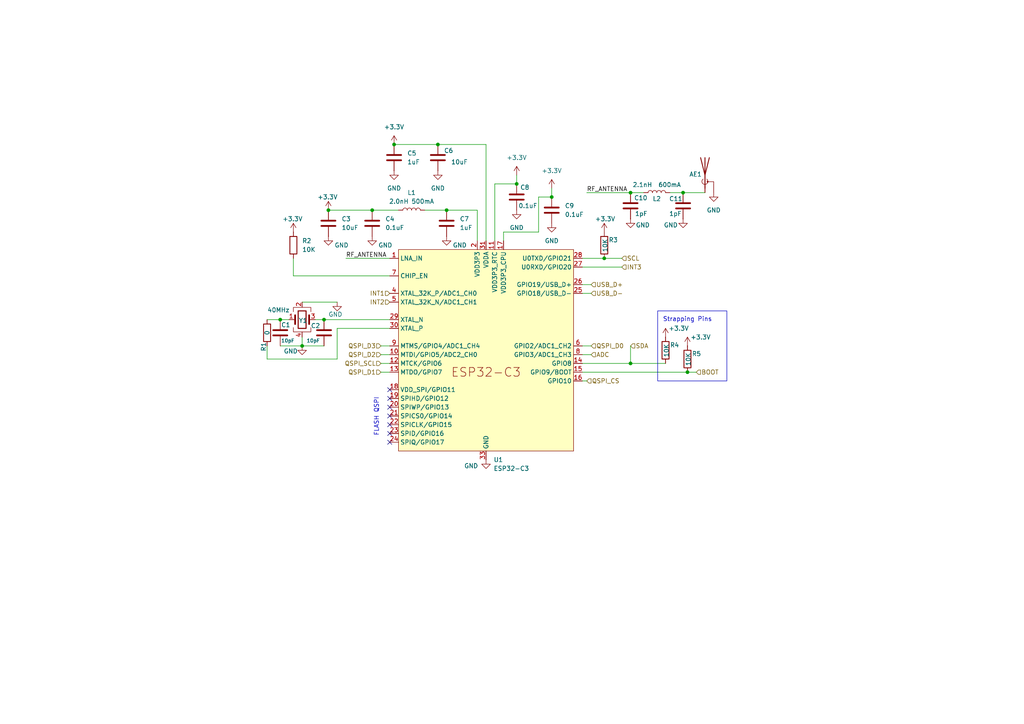
<source format=kicad_sch>
(kicad_sch (version 20250114) (generator "eeschema") (generator_version "9.0")
  (paper "A4")
  (title_block (title "ESP32 C3"))
  (lib_symbols
    (symbol "Device:Antenna_Shield" (pin_numbers (hide yes)) (pin_names (offset 1.016) (hide yes))
      (property "Reference" "AE" (at -1.905 4.445 0))
      (property "Value" "Antenna_Shield" (at -1.905 2.54 0))
      (symbol "Antenna_Shield_0_1"
        (arc (start 0 -2.667) (mid -0.8485 -2.1032) (end -0.508 -1.143))
        (polyline (pts (xy 0 5.08) (xy 0 -3.81)) (stroke (width 0.254)))
        (polyline (pts (xy 0 -2.54) (xy 0 0)))
        (arc (start 0.508 -1.143) (mid 0.8046 -2.0885) (end 0 -2.667))
        (polyline (pts (xy 0.762 -1.905) (xy 2.54 -1.905)))
        (circle (center 0.762 -1.905) (radius 0.1778) (fill (type outline)))
        (polyline (pts (xy 1.27 5.08) (xy 0 0) (xy -1.27 5.08)) (stroke (width 0.254)))
        (polyline (pts (xy 2.54 -2.54) (xy 2.54 -1.905)))
      )
      (symbol "Antenna_Shield_1_1"
        (pin input line (at 0 -5.08 90) (length 2.54) (name "A") (number "1"))
        (pin input line (at 2.54 -5.08 90) (length 2.54) (name "Shield") (number "2"))
      )
    )
    (symbol "Device:C" (pin_numbers (hide yes)) (pin_names (offset 0.254))
      (property "Reference" "C" (at 0.635 2.54 0))
      (property "Value" "C" (at 0.635 -2.54 0))
      (symbol "C_0_1"
        (polyline (pts (xy -2.032 0.762) (xy 2.032 0.762)) (stroke (width 0.508)))
        (polyline (pts (xy -2.032 -0.762) (xy 2.032 -0.762)) (stroke (width 0.508)))
      )
      (symbol "C_1_1"
        (pin passive line (at 0 3.81 270) (length 2.794) (name "~") (number "1"))
        (pin passive line (at 0 -3.81 90) (length 2.794) (name "~") (number "2"))
      )
    )
    (symbol "Device:Crystal_GND24" (pin_names (offset 1.016) (hide yes))
      (property "Reference" "Y" (at 3.175 5.08 0))
      (property "Value" "Crystal_GND24" (at 3.175 3.175 0))
      (symbol "Crystal_GND24_0_1"
        (polyline (pts (xy -2.54 2.286) (xy -2.54 3.556) (xy 2.54 3.556) (xy 2.54 2.286)))
        (polyline (pts (xy -2.54 0) (xy -2.032 0)))
        (polyline (pts (xy -2.54 -2.286) (xy -2.54 -3.556) (xy 2.54 -3.556) (xy 2.54 -2.286)))
        (polyline (pts (xy -2.032 -1.27) (xy -2.032 1.27)) (stroke (width 0.508)))
        (rectangle (start -1.143 2.54) (end 1.143 -2.54) (stroke (width 0.3048)))
        (polyline (pts (xy 0 3.556) (xy 0 3.81)))
        (polyline (pts (xy 0 -3.81) (xy 0 -3.556)))
        (polyline (pts (xy 2.032 0) (xy 2.54 0)))
        (polyline (pts (xy 2.032 -1.27) (xy 2.032 1.27)) (stroke (width 0.508)))
      )
      (symbol "Crystal_GND24_1_1"
        (pin passive line (at -3.81 0 0) (length 1.27) (name "1") (number "1"))
        (pin passive line (at 0 5.08 270) (length 1.27) (name "2") (number "2"))
        (pin passive line (at 0 -5.08 90) (length 1.27) (name "4") (number "4"))
        (pin passive line (at 3.81 0 180) (length 1.27) (name "3") (number "3"))
      )
    )
    (symbol "Device:L" (pin_numbers (hide yes)) (pin_names (offset 1.016) (hide yes))
      (property "Reference" "L" (at -1.27 0 90))
      (property "Value" "L" (at 1.905 0 90))
      (symbol "L_0_1"
        (arc (start 0 2.54) (mid 0.6323 1.905) (end 0 1.27))
        (arc (start 0 1.27) (mid 0.6323 0.635) (end 0 0))
        (arc (start 0 0) (mid 0.6323 -0.635) (end 0 -1.27))
        (arc (start 0 -1.27) (mid 0.6323 -1.905) (end 0 -2.54))
      )
      (symbol "L_1_1"
        (pin passive line (at 0 3.81 270) (length 1.27) (name "1") (number "1"))
        (pin passive line (at 0 -3.81 90) (length 1.27) (name "2") (number "2"))
      )
    )
    (symbol "Device:R" (pin_numbers (hide yes)) (pin_names (offset 0))
      (property "Reference" "R" (at 2.032 0 90))
      (property "Value" "R" (at 0 0 90))
      (symbol "R_0_1"
        (rectangle (start -1.016 -2.54) (end 1.016 2.54) (stroke (width 0.254)))
      )
      (symbol "R_1_1"
        (pin passive line (at 0 3.81 270) (length 1.27) (name "~") (number "1"))
        (pin passive line (at 0 -3.81 90) (length 1.27) (name "~") (number "2"))
      )
    )
    (symbol "PCM_Espressif:ESP32-C3"
      (property "Reference" "U" (at -25.4 35.56 0))
      (property "Value" "ESP32-C3" (at -25.4 33.02 0))
      (symbol "ESP32-C3_0_0"
        (text "ESP32-C3" (at 0 -5.08 0) (effects (font (size 2.54 2.54))))
        (pin bidirectional line (at -27.94 27.94 0) (length 2.54) (name "LNA_IN") (number "1"))
        (pin input line (at -27.94 22.86 0) (length 2.54) (name "CHIP_EN") (number "7"))
        (pin output line (at -27.94 17.78 0) (length 2.54) (name "XTAL_32K_P/ADC1_CH0") (number "4"))
        (pin input line (at -27.94 15.24 0) (length 2.54) (name "XTAL_32K_N/ADC1_CH1") (number "5"))
        (pin output line (at -27.94 10.16 0) (length 2.54) (name "XTAL_N") (number "29"))
        (pin input line (at -27.94 7.62 0) (length 2.54) (name "XTAL_P") (number "30"))
        (pin bidirectional line (at -27.94 2.54 0) (length 2.54) (name "MTMS/GPIO4/ADC1_CH4") (number "9"))
        (pin bidirectional line (at -27.94 0 0) (length 2.54) (name "MTDI/GPIO5/ADC2_CH0") (number "10"))
        (pin bidirectional line (at -27.94 -2.54 0) (length 2.54) (name "MTCK/GPIO6") (number "12"))
        (pin bidirectional line (at -27.94 -5.08 0) (length 2.54) (name "MTDO/GPIO7") (number "13"))
        (pin bidirectional line (at -27.94 -10.16 0) (length 2.54) (name "VDD_SPI/GPIO11") (number "18"))
        (pin bidirectional line (at -27.94 -12.7 0) (length 2.54) (name "SPIHD/GPIO12") (number "19"))
        (pin bidirectional line (at -27.94 -15.24 0) (length 2.54) (name "SPIWP/GPIO13") (number "20"))
        (pin bidirectional line (at -27.94 -17.78 0) (length 2.54) (name "SPICS0/GPIO14") (number "21"))
        (pin bidirectional line (at -27.94 -20.32 0) (length 2.54) (name "SPICLK/GPIO15") (number "22"))
        (pin bidirectional line (at -27.94 -22.86 0) (length 2.54) (name "SPID/GPIO16") (number "23"))
        (pin bidirectional line (at -27.94 -25.4 0) (length 2.54) (name "SPIQ/GPIO17") (number "24"))
        (pin power_in line (at -2.54 33.02 270) (length 2.54) (name "VDD3P3") (number "2"))
        (pin power_in line (at 0 33.02 270) (length 2.54) (name "VDDA") (number "31"))
        (pin power_in line (at 0 -30.48 90) (length 2.54) (name "GND") (number "33"))
        (pin power_in line (at 2.54 33.02 270) (length 2.54) (name "VDD3P3_RTC") (number "11"))
        (pin power_in line (at 5.08 33.02 270) (length 2.54) (name "VDD3P3_CPU") (number "17"))
        (pin bidirectional line (at 27.94 27.94 180) (length 2.54) (name "U0TXD/GPIO21") (number "28"))
        (pin bidirectional line (at 27.94 25.4 180) (length 2.54) (name "U0RXD/GPIO20") (number "27"))
        (pin bidirectional line (at 27.94 20.32 180) (length 2.54) (name "GPIO19/USB_D+") (number "26"))
        (pin bidirectional line (at 27.94 17.78 180) (length 2.54) (name "GPIO18/USB_D-") (number "25"))
        (pin bidirectional line (at 27.94 2.54 180) (length 2.54) (name "GPIO2/ADC1_CH2") (number "6"))
        (pin bidirectional line (at 27.94 0 180) (length 2.54) (name "GPIO3/ADC1_CH3") (number "8"))
        (pin bidirectional line (at 27.94 -2.54 180) (length 2.54) (name "GPIO8") (number "14"))
        (pin bidirectional line (at 27.94 -5.08 180) (length 2.54) (name "GPIO9/BOOT") (number "15"))
        (pin bidirectional line (at 27.94 -7.62 180) (length 2.54) (name "GPIO10") (number "16"))
      )
      (symbol "ESP32-C3_0_1"
        (rectangle (start -25.4 30.48) (end 25.4 -27.94) (fill (type background)))
        (pin passive line (at -2.54 33.02 270) (length 2.54) (hide yes) (name "VDD3P3") (number "3"))
        (pin passive line (at 0 33.02 270) (length 2.54) (hide yes) (name "VDDA") (number "32"))
      )
    )
    (symbol "power:+3.3V" (power) (pin_numbers (hide yes)) (pin_names (offset 0) (hide yes))
      (property "Value" "+3.3V" (at 0 3.556 0))
      (symbol "+3.3V_0_1"
        (polyline (pts (xy -0.762 1.27) (xy 0 2.54)))
        (polyline (pts (xy 0 2.54) (xy 0.762 1.27)))
        (polyline (pts (xy 0 0) (xy 0 2.54)))
      )
      (symbol "+3.3V_1_1"
        (pin power_in line (at 0 0 90) (length 0) (name "~") (number "1"))
      )
    )
    (symbol "power:GND" (power) (pin_numbers (hide yes)) (pin_names (offset 0) (hide yes))
      (property "Value" "GND" (at 0 -3.81 0))
      (symbol "GND_0_1"
        (polyline (pts (xy 0 0) (xy 0 -1.27) (xy 1.27 -1.27) (xy 0 -2.54) (xy -1.27 -1.27) (xy 0 -1.27)))
      )
      (symbol "GND_1_1"
        (pin power_in line (at 0 0 270) (length 0) (name "~") (number "1"))
      )
    )
  )
  (rectangle (start 190.754 90.17) (end 210.82 110.49))
  (text "Strapping Pins\n" (at 199.39 92.71 0) (effects (font (size 1.27 1.27))))
  (text "FLASH QSPI" (at 109.22 120.904 90) (effects (font (size 1.27 1.27))))
  (junction (at 127 41.91))
  (junction (at 95.25 60.96))
  (junction (at 160.02 57.15))
  (junction (at 107.95 60.96))
  (junction (at 93.98 92.71))
  (junction (at 199.39 107.95))
  (junction (at 81.28 92.71))
  (junction (at 129.54 60.96))
  (junction (at 149.86 53.34))
  (junction (at 87.63 100.33))
  (junction (at 182.88 105.41))
  (junction (at 198.12 55.88))
  (junction (at 175.26 74.93))
  (junction (at 182.88 55.88))
  (junction (at 114.3 41.91))
  (no_connect (at 113.03 128.27))
  (no_connect (at 113.03 113.03))
  (no_connect (at 113.03 115.57))
  (no_connect (at 113.03 120.65))
  (no_connect (at 113.03 118.11))
  (no_connect (at 113.03 123.19))
  (no_connect (at 113.03 125.73))
  (wire (pts (xy 93.98 100.33) (xy 87.63 100.33)))
  (wire (pts (xy 97.79 95.25) (xy 113.03 95.25)))
  (wire (pts (xy 182.88 100.33) (xy 182.88 105.41)))
  (wire (pts (xy 149.86 50.8) (xy 149.86 53.34)))
  (wire (pts (xy 97.79 104.14) (xy 97.79 95.25)))
  (wire (pts (xy 77.47 100.33) (xy 77.47 104.14)))
  (wire (pts (xy 180.34 74.93) (xy 175.26 74.93)))
  (wire (pts (xy 110.49 102.87) (xy 113.03 102.87)))
  (wire (pts (xy 170.18 55.88) (xy 182.88 55.88)))
  (wire (pts (xy 180.34 77.47) (xy 168.91 77.47)))
  (wire (pts (xy 127 41.91) (xy 140.97 41.91)))
  (wire (pts (xy 93.98 92.71) (xy 113.03 92.71)))
  (wire (pts (xy 95.25 60.96) (xy 107.95 60.96)))
  (wire (pts (xy 198.12 55.88) (xy 204.47 55.88)))
  (wire (pts (xy 194.31 55.88) (xy 198.12 55.88)))
  (wire (pts (xy 85.09 74.93) (xy 85.09 80.01)))
  (wire (pts (xy 146.05 67.31) (xy 146.05 69.85)))
  (wire (pts (xy 110.49 105.41) (xy 113.03 105.41)))
  (wire (pts (xy 186.69 55.88) (xy 182.88 55.88)))
  (wire (pts (xy 140.97 41.91) (xy 140.97 69.85)))
  (wire (pts (xy 171.45 85.09) (xy 168.91 85.09)))
  (wire (pts (xy 199.39 107.95) (xy 201.93 107.95)))
  (wire (pts (xy 171.45 102.87) (xy 168.91 102.87)))
  (wire (pts (xy 168.91 107.95) (xy 199.39 107.95)))
  (wire (pts (xy 160.02 57.15) (xy 156.21 57.15)))
  (wire (pts (xy 107.95 60.96) (xy 115.57 60.96)))
  (wire (pts (xy 168.91 100.33) (xy 171.45 100.33)))
  (wire (pts (xy 129.54 60.96) (xy 138.43 60.96)))
  (wire (pts (xy 175.26 74.93) (xy 168.91 74.93)))
  (wire (pts (xy 160.02 54.61) (xy 160.02 57.15)))
  (wire (pts (xy 168.91 105.41) (xy 182.88 105.41)))
  (wire (pts (xy 156.21 67.31) (xy 156.21 57.15)))
  (wire (pts (xy 123.19 60.96) (xy 129.54 60.96)))
  (wire (pts (xy 171.45 82.55) (xy 168.91 82.55)))
  (wire (pts (xy 138.43 60.96) (xy 138.43 69.85)))
  (wire (pts (xy 81.28 100.33) (xy 87.63 100.33)))
  (wire (pts (xy 170.18 110.49) (xy 168.91 110.49)))
  (wire (pts (xy 77.47 92.71) (xy 81.28 92.71)))
  (wire (pts (xy 182.88 105.41) (xy 193.04 105.41)))
  (wire (pts (xy 146.05 67.31) (xy 156.21 67.31)))
  (wire (pts (xy 91.44 92.71) (xy 93.98 92.71)))
  (wire (pts (xy 143.51 53.34) (xy 143.51 69.85)))
  (wire (pts (xy 81.28 92.71) (xy 83.82 92.71)))
  (wire (pts (xy 100.33 74.93) (xy 113.03 74.93)))
  (wire (pts (xy 85.09 80.01) (xy 113.03 80.01)))
  (wire (pts (xy 97.79 87.63) (xy 87.63 87.63)))
  (wire (pts (xy 110.49 100.33) (xy 113.03 100.33)))
  (wire (pts (xy 110.49 107.95) (xy 113.03 107.95)))
  (wire (pts (xy 87.63 100.33) (xy 87.63 97.79)))
  (wire (pts (xy 77.47 104.14) (xy 97.79 104.14)))
  (wire (pts (xy 114.3 41.91) (xy 127 41.91)))
  (wire (pts (xy 149.86 53.34) (xy 143.51 53.34)))
  (label "RF_ANTENNA" (at 170.18 55.88 0))
  (label "RF_ANTENNA" (at 100.33 74.93 0))
  (hierarchical_label "INT1" (shape input) (at 113.03 85.09 180))
  (hierarchical_label "QSPI_D1" (shape input) (at 110.49 107.95 180))
  (hierarchical_label "QSPI_SCL" (shape input) (at 110.49 105.41 180))
  (hierarchical_label "ADC" (shape input) (at 171.45 102.87 0))
  (hierarchical_label "USB_D+" (shape input) (at 171.45 82.55 0))
  (hierarchical_label "BOOT" (shape input) (at 201.93 107.95 0))
  (hierarchical_label "USB_D-" (shape input) (at 171.45 85.09 0))
  (hierarchical_label "QSPI_D2" (shape input) (at 110.49 102.87 180))
  (hierarchical_label "QSPI_D0" (shape input) (at 171.45 100.33 0))
  (hierarchical_label "INT2" (shape input) (at 113.03 87.63 180))
  (hierarchical_label "QSPI_D3" (shape input) (at 110.49 100.33 180))
  (hierarchical_label "SCL" (shape input) (at 180.34 74.93 0))
  (hierarchical_label "SDA" (shape input) (at 182.88 100.33 0))
  (hierarchical_label "QSPI_CS" (shape input) (at 170.18 110.49 0))
  (hierarchical_label "INT3" (shape input) (at 180.34 77.47 0))
  (symbol (lib_id "Device:R") (at 199.39 104.14 0) (unit 1)
    (property "Reference" "R5" (at 200.66 102.616 0) (effects (justify left)))
    (property "Value" "10K" (at 199.644 106.172 90) (effects (justify left)))
    (property "Footprint" "Resistor_SMD:R_0201_0603Metric" (effects (hide yes)))
    (property "Description" "Resistor" (effects (hide yes)))
  )
  (symbol (lib_id "Device:C") (at 127 45.72 0) (unit 1)
    (property "Reference" "C6" (at 128.778 43.688 0) (effects (justify left)))
    (property "Value" "10uF" (at 130.81 46.9899 0) (effects (justify left)))
    (property "Footprint" "Capacitor_SMD:C_0402_1005Metric" (effects (hide yes)))
    (property "Description" "Unpolarized capacitor" (effects (hide yes)))
  )
  (symbol (lib_id "power:GND") (at 140.97 133.35 0) (unit 1)
    (property "Reference" "#PWR016" (effects (hide yes)))
    (property "Value" "GND" (at 136.652 135.128 0))
    (property "Description" "Power symbol creates a global label with name \"GND\" , ground" (effects (hide yes)))
  )
  (symbol (lib_id "Device:C") (at 129.54 64.77 0) (unit 1)
    (property "Reference" "C7" (at 133.35 63.4999 0) (effects (justify left)))
    (property "Value" "1uF" (at 133.35 66.0399 0) (effects (justify left)))
    (property "Footprint" "Capacitor_SMD:C_0201_0603Metric" (effects (hide yes)))
    (property "Description" "Unpolarized capacitor" (effects (hide yes)))
  )
  (symbol (lib_id "power:GND") (at 107.95 68.58 0) (unit 1)
    (property "Reference" "#PWR011" (effects (hide yes)))
    (property "Value" "GND" (at 111.76 71.12 0))
    (property "Description" "Power symbol creates a global label with name \"GND\" , ground" (effects (hide yes)))
  )
  (symbol (lib_id "Device:R") (at 85.09 71.12 0) (unit 1)
    (property "Reference" "R2" (at 87.63 69.8499 0) (effects (justify left)))
    (property "Value" "10K" (at 87.63 72.3899 0) (effects (justify left)))
    (property "Footprint" "Resistor_SMD:R_0201_0603Metric" (effects (hide yes)))
    (property "Description" "Resistor" (effects (hide yes)))
  )
  (symbol (lib_id "power:GND") (at 87.63 100.33 0) (unit 1)
    (property "Reference" "#PWR07" (effects (hide yes)))
    (property "Value" "GND" (at 84.328 101.854 0))
    (property "Description" "Power symbol creates a global label with name \"GND\" , ground" (effects (hide yes)))
  )
  (symbol (lib_id "power:GND") (at 97.79 87.63 0) (unit 1)
    (property "Reference" "#PWR010" (effects (hide yes)))
    (property "Value" "GND" (at 97.282 91.186 0))
    (property "Description" "Power symbol creates a global label with name \"GND\" , ground" (effects (hide yes)))
  )
  (symbol (lib_id "power:+3.3V") (at 175.26 67.31 0) (unit 1)
    (property "Reference" "#PWR021" (effects (hide yes)))
    (property "Value" "+3.3V" (at 175.514 63.5 0))
    (property "Description" "Power symbol creates a global label with name \"+3.3V\"" (effects (hide yes)))
  )
  (symbol (lib_id "power:+3.3V") (at 160.02 54.61 0) (unit 1)
    (property "Reference" "#PWR019" (effects (hide yes)))
    (property "Value" "+3.3V" (at 160.02 49.53 0))
    (property "Description" "Power symbol creates a global label with name \"+3.3V\"" (effects (hide yes)))
  )
  (symbol (lib_id "Device:C") (at 93.98 96.52 0) (unit 1)
    (property "Reference" "C2" (at 90.17 94.488 0) (effects (justify left)))
    (property "Value" "10pF" (at 88.9 98.806 0) (effects (font (size 1.016 1.016)) (justify left)))
    (property "Footprint" "Capacitor_SMD:C_0201_0603Metric" (effects (hide yes)))
    (property "Description" "Unpolarized capacitor" (effects (hide yes)))
  )
  (symbol (lib_id "power:GND") (at 95.25 68.58 0) (unit 1)
    (property "Reference" "#PWR09" (effects (hide yes)))
    (property "Value" "GND" (at 99.06 71.12 0))
    (property "Description" "Power symbol creates a global label with name \"GND\" , ground" (effects (hide yes)))
  )
  (symbol (lib_id "power:+3.3V") (at 199.39 100.33 0) (unit 1)
    (property "Reference" "#PWR025" (effects (hide yes)))
    (property "Value" "+3.3V" (at 203.2 97.79 0))
    (property "Description" "Power symbol creates a global label with name \"+3.3V\"" (effects (hide yes)))
  )
  (symbol (lib_id "PCM_Espressif:ESP32-C3") (at 140.97 102.87 0) (unit 1)
    (property "Reference" "U1" (at 143.1641 133.35 0) (effects (justify left)))
    (property "Value" "ESP32-C3" (at 143.1641 135.89 0) (effects (justify left)))
    (property "Footprint" "Package_DFN_QFN:QFN-32-1EP_5x5mm_P0.5mm_EP3.45x3.45mm" (effects (hide yes)))
    (property "Datasheet" "https://www.espressif.com/sites/default/files/documentation/esp32-c3_datasheet_en.pdf" (effects (hide yes)))
    (property "Description" "ESP32-C3 family is an ultra-low-power MCU-based SoC solution that supports 2.4 GHz Wi-Fi and Bluetooth®Low Energy (Bluetooth LE)." (effects (hide yes)))
  )
  (symbol (lib_id "Device:C") (at 149.86 57.15 0) (unit 1)
    (property "Reference" "C8" (at 150.876 54.356 0) (effects (justify left)))
    (property "Value" "0.1uF" (at 150.368 59.69 0) (effects (justify left)))
    (property "Footprint" "Capacitor_SMD:C_0201_0603Metric" (effects (hide yes)))
    (property "Description" "Unpolarized capacitor" (effects (hide yes)))
  )
  (symbol (lib_id "Device:L") (at 119.38 60.96 90) (unit 1)
    (property "Reference" "L1" (at 119.38 55.88 90))
    (property "Value" "2.0nH 500mA" (at 119.38 58.42 90))
    (property "Footprint" "Inductor_SMD:L_0201_0603Metric" (effects (hide yes)))
    (property "Description" "Inductor" (effects (hide yes)))
  )
  (symbol (lib_id "Device:C") (at 198.12 59.69 0) (unit 1)
    (property "Reference" "C11" (at 194.056 57.658 0) (effects (justify left)))
    (property "Value" "1pF" (at 194.056 61.976 0) (effects (justify left)))
    (property "Footprint" "Capacitor_SMD:C_0201_0603Metric" (effects (hide yes)))
    (property "Description" "Unpolarized capacitor" (effects (hide yes)))
  )
  (symbol (lib_id "Device:Crystal_GND24") (at 87.63 92.71 0) (unit 1)
    (property "Reference" "Y1" (at 87.884 92.964 0))
    (property "Value" "40MHz" (at 80.772 89.916 0))
    (property "Footprint" "Oscillator:Oscillator_SMD_Abracon_ASCO-4Pin_1.6x1.2mm" (effects (hide yes)))
    (property "Description" "Four pin crystal, GND on pins 2 and 4" (effects (hide yes)))
  )
  (symbol (lib_id "Device:C") (at 182.88 59.69 0) (unit 1)
    (property "Reference" "C10" (at 183.896 57.404 0) (effects (justify left)))
    (property "Value" "1pF" (at 184.15 61.976 0) (effects (justify left)))
    (property "Footprint" "Capacitor_SMD:C_0201_0603Metric" (effects (hide yes)))
    (property "Description" "Unpolarized capacitor" (effects (hide yes)))
  )
  (symbol (lib_id "power:GND") (at 207.01 55.88 0) (unit 1)
    (property "Reference" "#PWR026" (effects (hide yes)))
    (property "Value" "GND" (at 207.01 60.96 0))
    (property "Description" "Power symbol creates a global label with name \"GND\" , ground" (effects (hide yes)))
  )
  (symbol (lib_id "power:+3.3V") (at 114.3 41.91 0) (unit 1)
    (property "Reference" "#PWR012" (effects (hide yes)))
    (property "Value" "+3.3V" (at 114.3 36.83 0))
    (property "Description" "Power symbol creates a global label with name \"+3.3V\"" (effects (hide yes)))
  )
  (symbol (lib_id "power:GND") (at 149.86 60.96 0) (unit 1)
    (property "Reference" "#PWR018" (effects (hide yes)))
    (property "Value" "GND" (at 149.86 66.04 0))
    (property "Description" "Power symbol creates a global label with name \"GND\" , ground" (effects (hide yes)))
  )
  (symbol (lib_id "Device:R") (at 175.26 71.12 0) (unit 1)
    (property "Reference" "R3" (at 176.53 69.596 0) (effects (justify left)))
    (property "Value" "10K" (at 175.514 73.152 90) (effects (justify left)))
    (property "Footprint" "Resistor_SMD:R_0201_0603Metric" (effects (hide yes)))
    (property "Description" "Resistor" (effects (hide yes)))
  )
  (symbol (lib_id "power:GND") (at 198.12 63.5 0) (unit 1)
    (property "Reference" "#PWR024" (effects (hide yes)))
    (property "Value" "GND" (at 194.564 65.278 0))
    (property "Description" "Power symbol creates a global label with name \"GND\" , ground" (effects (hide yes)))
  )
  (symbol (lib_id "Device:R") (at 193.04 101.6 0) (unit 1)
    (property "Reference" "R4" (at 194.31 100.076 0) (effects (justify left)))
    (property "Value" "10K" (at 193.294 103.632 90) (effects (justify left)))
    (property "Footprint" "Resistor_SMD:R_0201_0603Metric" (effects (hide yes)))
    (property "Description" "Resistor" (effects (hide yes)))
  )
  (symbol (lib_id "power:+3.3V") (at 193.04 97.79 0) (unit 1)
    (property "Reference" "#PWR023" (effects (hide yes)))
    (property "Value" "+3.3V" (at 196.85 95.25 0))
    (property "Description" "Power symbol creates a global label with name \"+3.3V\"" (effects (hide yes)))
  )
  (symbol (lib_id "Device:C") (at 81.28 96.52 0) (unit 1)
    (property "Reference" "C1" (at 81.534 94.234 0) (effects (justify left)))
    (property "Value" "10pF" (at 81.534 98.806 0) (effects (font (size 1.016 1.016)) (justify left)))
    (property "Footprint" "Capacitor_SMD:C_0201_0603Metric" (effects (hide yes)))
    (property "Description" "Unpolarized capacitor" (effects (hide yes)))
  )
  (symbol (lib_id "power:+3.3V") (at 85.09 67.31 0) (unit 1)
    (property "Reference" "#PWR06" (effects (hide yes)))
    (property "Value" "+3.3V" (at 84.836 63.5 0))
    (property "Description" "Power symbol creates a global label with name \"+3.3V\"" (effects (hide yes)))
  )
  (symbol (lib_id "power:+3.3V") (at 95.25 60.96 0) (unit 1)
    (property "Reference" "#PWR08" (effects (hide yes)))
    (property "Value" "+3.3V" (at 94.996 57.15 0))
    (property "Description" "Power symbol creates a global label with name \"+3.3V\"" (effects (hide yes)))
  )
  (symbol (lib_id "Device:C") (at 95.25 64.77 0) (unit 1)
    (property "Reference" "C3" (at 99.06 63.4999 0) (effects (justify left)))
    (property "Value" "10uF" (at 99.06 66.0399 0) (effects (justify left)))
    (property "Footprint" "Capacitor_SMD:C_0402_1005Metric" (effects (hide yes)))
    (property "Description" "Unpolarized capacitor" (effects (hide yes)))
  )
  (symbol (lib_id "power:GND") (at 114.3 49.53 0) (unit 1)
    (property "Reference" "#PWR013" (effects (hide yes)))
    (property "Value" "GND" (at 114.3 54.61 0))
    (property "Description" "Power symbol creates a global label with name \"GND\" , ground" (effects (hide yes)))
  )
  (symbol (lib_id "power:GND") (at 129.54 68.58 0) (unit 1)
    (property "Reference" "#PWR015" (effects (hide yes)))
    (property "Value" "GND" (at 133.35 71.12 0))
    (property "Description" "Power symbol creates a global label with name \"GND\" , ground" (effects (hide yes)))
  )
  (symbol (lib_id "Device:C") (at 160.02 60.96 0) (unit 1)
    (property "Reference" "C9" (at 163.83 59.6899 0) (effects (justify left)))
    (property "Value" "0.1uF" (at 163.83 62.2299 0) (effects (justify left)))
    (property "Footprint" "Capacitor_SMD:C_0201_0603Metric" (effects (hide yes)))
    (property "Description" "Unpolarized capacitor" (effects (hide yes)))
  )
  (symbol (lib_id "Device:C") (at 114.3 45.72 0) (unit 1)
    (property "Reference" "C5" (at 118.11 44.4499 0) (effects (justify left)))
    (property "Value" "1uF" (at 118.11 46.9899 0) (effects (justify left)))
    (property "Footprint" "Capacitor_SMD:C_0201_0603Metric" (effects (hide yes)))
    (property "Description" "Unpolarized capacitor" (effects (hide yes)))
  )
  (symbol (lib_id "Device:R") (at 77.47 96.52 180) (unit 1)
    (property "Reference" "R1" (at 76.454 100.584 90))
    (property "Value" "0" (at 77.47 96.52 90))
    (property "Footprint" "Resistor_SMD:R_0201_0603Metric" (effects (hide yes)))
    (property "Description" "Resistor" (effects (hide yes)))
  )
  (symbol (lib_id "power:+3.3V") (at 149.86 50.8 0) (unit 1)
    (property "Reference" "#PWR017" (effects (hide yes)))
    (property "Value" "+3.3V" (at 149.86 45.72 0))
    (property "Description" "Power symbol creates a global label with name \"+3.3V\"" (effects (hide yes)))
  )
  (symbol (lib_id "power:GND") (at 160.02 64.77 0) (unit 1)
    (property "Reference" "#PWR020" (effects (hide yes)))
    (property "Value" "GND" (at 160.02 69.85 0))
    (property "Description" "Power symbol creates a global label with name \"GND\" , ground" (effects (hide yes)))
  )
  (symbol (lib_id "power:GND") (at 127 49.53 0) (unit 1)
    (property "Reference" "#PWR014" (effects (hide yes)))
    (property "Value" "GND" (at 127 54.61 0))
    (property "Description" "Power symbol creates a global label with name \"GND\" , ground" (effects (hide yes)))
  )
  (symbol (lib_id "Device:C") (at 107.95 64.77 0) (unit 1)
    (property "Reference" "C4" (at 111.76 63.4999 0) (effects (justify left)))
    (property "Value" "0.1uF" (at 111.76 66.0399 0) (effects (justify left)))
    (property "Footprint" "Capacitor_SMD:C_0201_0603Metric" (effects (hide yes)))
    (property "Description" "Unpolarized capacitor" (effects (hide yes)))
  )
  (symbol (lib_id "power:GND") (at 182.88 63.5 0) (unit 1)
    (property "Reference" "#PWR022" (effects (hide yes)))
    (property "Value" "GND" (at 186.436 65.278 0))
    (property "Description" "Power symbol creates a global label with name \"GND\" , ground" (effects (hide yes)))
  )
  (symbol (lib_id "Device:L") (at 190.5 55.88 90) (unit 1)
    (property "Reference" "L2" (at 190.5 57.658 90))
    (property "Value" "2.1nH  600mA" (at 190.5 53.594 90))
    (property "Footprint" "Inductor_SMD:L_0201_0603Metric" (effects (hide yes)))
    (property "Description" "Inductor" (effects (hide yes)))
  )
  (symbol (lib_id "Device:Antenna_Shield") (at 204.47 50.8 0) (unit 1)
    (property "Reference" "AE1" (at 199.898 50.546 0) (effects (justify left)))
    (property "Value" "Antenna_Shield" (effects (hide yes)))
    (property "Footprint" "Connector_PinHeader_1.00mm:PinHeader_1x02_P1.00mm_Vertical" (effects (hide yes)))
    (property "Description" "Antenna with extra pin for shielding" (effects (hide yes)))
  )
)
</source>
